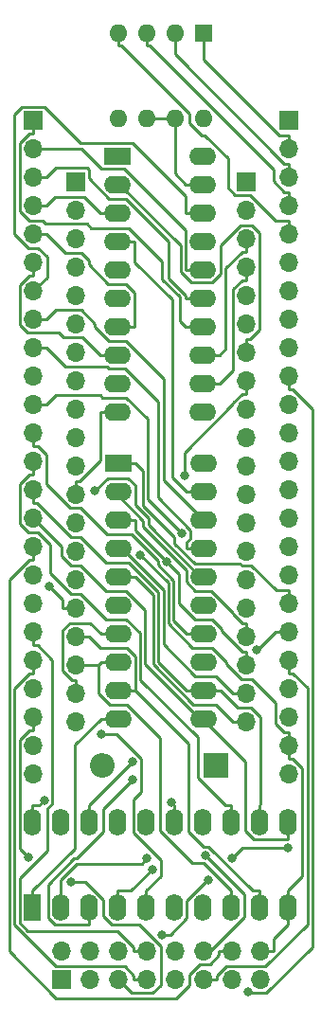
<source format=gbr>
%TF.GenerationSoftware,KiCad,Pcbnew,7.0.1*%
%TF.CreationDate,2023-05-30T14:25:23-07:00*%
%TF.ProjectId,tn_vdp_v1_slim,746e5f76-6470-45f7-9631-5f736c696d2e,rev?*%
%TF.SameCoordinates,Original*%
%TF.FileFunction,Copper,L2,Bot*%
%TF.FilePolarity,Positive*%
%FSLAX46Y46*%
G04 Gerber Fmt 4.6, Leading zero omitted, Abs format (unit mm)*
G04 Created by KiCad (PCBNEW 7.0.1) date 2023-05-30 14:25:23*
%MOMM*%
%LPD*%
G01*
G04 APERTURE LIST*
%TA.AperFunction,ComponentPad*%
%ADD10R,2.400000X1.600000*%
%TD*%
%TA.AperFunction,ComponentPad*%
%ADD11O,2.400000X1.600000*%
%TD*%
%TA.AperFunction,ComponentPad*%
%ADD12R,2.200000X2.200000*%
%TD*%
%TA.AperFunction,ComponentPad*%
%ADD13O,2.200000X2.200000*%
%TD*%
%TA.AperFunction,ComponentPad*%
%ADD14R,1.600000X2.400000*%
%TD*%
%TA.AperFunction,ComponentPad*%
%ADD15O,1.600000X2.400000*%
%TD*%
%TA.AperFunction,ComponentPad*%
%ADD16R,1.700000X1.700000*%
%TD*%
%TA.AperFunction,ComponentPad*%
%ADD17O,1.700000X1.700000*%
%TD*%
%TA.AperFunction,ComponentPad*%
%ADD18R,1.600000X1.600000*%
%TD*%
%TA.AperFunction,ComponentPad*%
%ADD19O,1.600000X1.600000*%
%TD*%
%TA.AperFunction,ViaPad*%
%ADD20C,0.800000*%
%TD*%
%TA.AperFunction,Conductor*%
%ADD21C,0.250000*%
%TD*%
G04 APERTURE END LIST*
D10*
%TO.P,U3,1,DIR*%
%TO.N,VDD*%
X157388400Y-53395800D03*
D11*
%TO.P,U3,2,A0*%
%TO.N,~{RESET}*%
X157388400Y-55935800D03*
%TO.P,U3,3,A1*%
%TO.N,~{INT_3V3}*%
X157388400Y-58475800D03*
%TO.P,U3,4,A2*%
%TO.N,~{CSW}*%
X157388400Y-61015800D03*
%TO.P,U3,5,A3*%
%TO.N,~{CSR}*%
X157388400Y-63555800D03*
%TO.P,U3,6,A4*%
%TO.N,MODE*%
X157388400Y-66095800D03*
%TO.P,U3,7,A5*%
%TO.N,CPUCLK_3V3*%
X157388400Y-68635800D03*
%TO.P,U3,8,A6*%
%TO.N,GROMCLK_3V3*%
X157388400Y-71175800D03*
%TO.P,U3,9,A7*%
%TO.N,unconnected-(U3-A7-Pad9)*%
X157388400Y-73715800D03*
%TO.P,U3,10,GND*%
%TO.N,GND*%
X157388400Y-76255800D03*
%TO.P,U3,11,B7*%
%TO.N,unconnected-(U3-B7-Pad11)*%
X165008400Y-76255800D03*
%TO.P,U3,12,B6*%
%TO.N,GROMCLK*%
X165008400Y-73715800D03*
%TO.P,U3,13,B5*%
%TO.N,CPUCLK*%
X165008400Y-71175800D03*
%TO.P,U3,14,B4*%
%TO.N,MODE_3V3*%
X165008400Y-68635800D03*
%TO.P,U3,15,B3*%
%TO.N,~{CSR_3V3}*%
X165008400Y-66095800D03*
%TO.P,U3,16,B2*%
%TO.N,~{CSW_3V3}*%
X165008400Y-63555800D03*
%TO.P,U3,17,B1*%
%TO.N,~{INT}*%
X165008400Y-61015800D03*
%TO.P,U3,18,B0*%
%TO.N,~{RESET_3V3}*%
X165008400Y-58475800D03*
%TO.P,U3,19,~{0E}*%
%TO.N,GND*%
X165008400Y-55935800D03*
%TO.P,U3,20,VCC*%
%TO.N,VCC_3V3*%
X165008400Y-53395800D03*
%TD*%
D12*
%TO.P,D1,1,K*%
%TO.N,VDD*%
X166166800Y-107848400D03*
D13*
%TO.P,D1,2,A*%
%TO.N,VCC*%
X156006800Y-107848400D03*
%TD*%
D10*
%TO.P,U2,1,DIR*%
%TO.N,VDD*%
X157429200Y-80822800D03*
D11*
%TO.P,U2,2,A0*%
%TO.N,CD0*%
X157429200Y-83362800D03*
%TO.P,U2,3,A1*%
%TO.N,CD1*%
X157429200Y-85902800D03*
%TO.P,U2,4,A2*%
%TO.N,CD2*%
X157429200Y-88442800D03*
%TO.P,U2,5,A3*%
%TO.N,CD3*%
X157429200Y-90982800D03*
%TO.P,U2,6,A4*%
%TO.N,CD4*%
X157429200Y-93522800D03*
%TO.P,U2,7,A5*%
%TO.N,CD5*%
X157429200Y-96062800D03*
%TO.P,U2,8,A6*%
%TO.N,CD6*%
X157429200Y-98602800D03*
%TO.P,U2,9,A7*%
%TO.N,CD7*%
X157429200Y-101142800D03*
%TO.P,U2,10,GND*%
%TO.N,GND*%
X157429200Y-103682800D03*
%TO.P,U2,11,B7*%
%TO.N,CD7_3V3*%
X165049200Y-103682800D03*
%TO.P,U2,12,B6*%
%TO.N,CD6_3V3*%
X165049200Y-101142800D03*
%TO.P,U2,13,B5*%
%TO.N,CD5_3V3*%
X165049200Y-98602800D03*
%TO.P,U2,14,B4*%
%TO.N,CD4_3V3*%
X165049200Y-96062800D03*
%TO.P,U2,15,B3*%
%TO.N,CD3_3V3*%
X165049200Y-93522800D03*
%TO.P,U2,16,B2*%
%TO.N,CD2_3V3*%
X165049200Y-90982800D03*
%TO.P,U2,17,B1*%
%TO.N,CD1_3V3*%
X165049200Y-88442800D03*
%TO.P,U2,18,B0*%
%TO.N,CD0_3V3*%
X165049200Y-85902800D03*
%TO.P,U2,19,~{0E}*%
%TO.N,~{CSW}*%
X165049200Y-83362800D03*
%TO.P,U2,20,VCC*%
%TO.N,VCC_3V3*%
X165049200Y-80822800D03*
%TD*%
D14*
%TO.P,U1,1,DIR*%
%TO.N,GND*%
X149763400Y-120589200D03*
D15*
%TO.P,U1,2,A0*%
%TO.N,CD0*%
X152303400Y-120589200D03*
%TO.P,U1,3,A1*%
%TO.N,CD1*%
X154843400Y-120589200D03*
%TO.P,U1,4,A2*%
%TO.N,CD2*%
X157383400Y-120589200D03*
%TO.P,U1,5,A3*%
%TO.N,CD3*%
X159923400Y-120589200D03*
%TO.P,U1,6,A4*%
%TO.N,CD4*%
X162463400Y-120589200D03*
%TO.P,U1,7,A5*%
%TO.N,CD5*%
X165003400Y-120589200D03*
%TO.P,U1,8,A6*%
%TO.N,CD6*%
X167543400Y-120589200D03*
%TO.P,U1,9,A7*%
%TO.N,CD7*%
X170083400Y-120589200D03*
%TO.P,U1,10,GND*%
%TO.N,GND*%
X172623400Y-120589200D03*
%TO.P,U1,11,B7*%
%TO.N,CD7_3V3*%
X172623400Y-112969200D03*
%TO.P,U1,12,B6*%
%TO.N,CD6_3V3*%
X170083400Y-112969200D03*
%TO.P,U1,13,B5*%
%TO.N,CD5_3V3*%
X167543400Y-112969200D03*
%TO.P,U1,14,B4*%
%TO.N,CD4_3V3*%
X165003400Y-112969200D03*
%TO.P,U1,15,B3*%
%TO.N,CD3_3V3*%
X162463400Y-112969200D03*
%TO.P,U1,16,B2*%
%TO.N,CD2_3V3*%
X159923400Y-112969200D03*
%TO.P,U1,17,B1*%
%TO.N,CD1_3V3*%
X157383400Y-112969200D03*
%TO.P,U1,18,B0*%
%TO.N,CD0_3V3*%
X154843400Y-112969200D03*
%TO.P,U1,19,~{0E}*%
%TO.N,~{CSR}*%
X152303400Y-112969200D03*
%TO.P,U1,20,VCC*%
%TO.N,VCC_3V3*%
X149763400Y-112969200D03*
%TD*%
D16*
%TO.P,J3,1,Pin_1*%
%TO.N,MODE_3V3*%
X149877300Y-50200400D03*
D17*
%TO.P,J3,2,Pin_2*%
%TO.N,~{CSW_3V3}*%
X149877300Y-52740400D03*
%TO.P,J3,3,Pin_3*%
%TO.N,~{CSR_3V3}*%
X149877300Y-55280400D03*
%TO.P,J3,4,Pin_4*%
%TO.N,~{INT_3V3}*%
X149877300Y-57820400D03*
%TO.P,J3,5,Pin_5*%
%TO.N,CPUCLK_3V3*%
X149877300Y-60360400D03*
%TO.P,J3,6,Pin_6*%
%TO.N,GROMCLK_3V3*%
X149877300Y-62900400D03*
%TO.P,J3,7,Pin_7*%
%TO.N,~{RESET_3V3}*%
X149877300Y-65440400D03*
%TO.P,J3,8,Pin_8*%
%TO.N,CD0_3V3*%
X149877300Y-67980400D03*
%TO.P,J3,9,Pin_9*%
%TO.N,CD1_3V3*%
X149877300Y-70520400D03*
%TO.P,J3,10,Pin_10*%
%TO.N,CD2_3V3*%
X149877300Y-73060400D03*
%TO.P,J3,11,Pin_11*%
%TO.N,CD3_3V3*%
X149877300Y-75600400D03*
%TO.P,J3,12,Pin_12*%
%TO.N,CD4_3V3*%
X149877300Y-78140400D03*
%TO.P,J3,13,Pin_13*%
%TO.N,CD5_3V3*%
X149877300Y-80680400D03*
%TO.P,J3,14,Pin_14*%
%TO.N,CD6_3V3*%
X149877300Y-83220400D03*
%TO.P,J3,15,Pin_15*%
%TO.N,CD7_3V3*%
X149877300Y-85760400D03*
%TO.P,J3,16,Pin_16*%
%TO.N,VS_3V3*%
X149877300Y-88300400D03*
%TO.P,J3,17,Pin_17*%
%TO.N,R3_3V3*%
X149877300Y-90840400D03*
%TO.P,J3,18,Pin_18*%
%TO.N,R2_3V3*%
X149877300Y-93380400D03*
%TO.P,J3,19,Pin_19*%
%TO.N,G3_3V3*%
X149877300Y-95920400D03*
%TO.P,J3,20,Pin_20*%
%TO.N,G2_3V3*%
X149877300Y-98460400D03*
%TO.P,J3,21,Pin_21*%
%TO.N,G1_3V3*%
X149877300Y-101000400D03*
%TO.P,J3,22,Pin_22*%
%TO.N,G0_3V3*%
X149877300Y-103540400D03*
%TO.P,J3,23,Pin_23*%
%TO.N,unconnected-(J3-Pin_23-Pad23)*%
X149877300Y-106080400D03*
%TO.P,J3,24,Pin_24*%
%TO.N,unconnected-(J3-Pin_24-Pad24)*%
X149877300Y-108620400D03*
%TD*%
D18*
%TO.P,J5,1,Pin_1*%
%TO.N,USR1_1V8*%
X165049200Y-42418000D03*
D19*
%TO.P,J5,2,Pin_2*%
%TO.N,USR2_1V8*%
X162509200Y-42418000D03*
%TO.P,J5,3,Pin_3*%
%TO.N,USR3_1V8*%
X159969200Y-42418000D03*
%TO.P,J5,4,Pin_4*%
%TO.N,USR4_1V8*%
X157429200Y-42418000D03*
%TO.P,J5,5,Pin_5*%
%TO.N,GND*%
X157429200Y-50038000D03*
%TO.P,J5,6,Pin_6*%
X159969200Y-50038000D03*
%TO.P,J5,7,Pin_7*%
X162509200Y-50038000D03*
%TO.P,J5,8,Pin_8*%
X165049200Y-50038000D03*
%TD*%
D16*
%TO.P,J6,1,Pin_1*%
%TO.N,R0_3V3*%
X152400000Y-127000000D03*
D17*
%TO.P,J6,2,Pin_2*%
%TO.N,R1_3V3*%
X152400000Y-124460000D03*
%TO.P,J6,3,Pin_3*%
%TO.N,R2_3V3*%
X154940000Y-127000000D03*
%TO.P,J6,4,Pin_4*%
%TO.N,R3_3V3*%
X154940000Y-124460000D03*
%TO.P,J6,5,Pin_5*%
%TO.N,G0_3V3*%
X157480000Y-127000000D03*
%TO.P,J6,6,Pin_6*%
%TO.N,G1_3V3*%
X157480000Y-124460000D03*
%TO.P,J6,7,Pin_7*%
%TO.N,G2_3V3*%
X160020000Y-127000000D03*
%TO.P,J6,8,Pin_8*%
%TO.N,G3_3V3*%
X160020000Y-124460000D03*
%TO.P,J6,9,Pin_9*%
%TO.N,B0_3V3*%
X162560000Y-127000000D03*
%TO.P,J6,10,Pin_10*%
%TO.N,B1_3V3*%
X162560000Y-124460000D03*
%TO.P,J6,11,Pin_11*%
%TO.N,B2_3V3*%
X165100000Y-127000000D03*
%TO.P,J6,12,Pin_12*%
%TO.N,B3_3V3*%
X165100000Y-124460000D03*
%TO.P,J6,13,Pin_13*%
%TO.N,HS_3V3*%
X167640000Y-127000000D03*
%TO.P,J6,14,Pin_14*%
%TO.N,VS_3V3*%
X167640000Y-124460000D03*
%TO.P,J6,15,Pin_15*%
%TO.N,GND*%
X170180000Y-127000000D03*
%TO.P,J6,16,Pin_16*%
X170180000Y-124460000D03*
%TD*%
D16*
%TO.P,J4,1,Pin_1*%
%TO.N,HS_3V3*%
X172694200Y-50200400D03*
D17*
%TO.P,J4,2,Pin_2*%
%TO.N,USR1_1V8*%
X172694200Y-52740400D03*
%TO.P,J4,3,Pin_3*%
%TO.N,USR2_1V8*%
X172694200Y-55280400D03*
%TO.P,J4,4,Pin_4*%
%TO.N,USR3_1V8*%
X172694200Y-57820400D03*
%TO.P,J4,5,Pin_5*%
%TO.N,USR4_1V8*%
X172694200Y-60360400D03*
%TO.P,J4,6,Pin_6*%
%TO.N,unconnected-(J4-Pin_6-Pad6)*%
X172694200Y-62900400D03*
%TO.P,J4,7,Pin_7*%
%TO.N,unconnected-(J4-Pin_7-Pad7)*%
X172694200Y-65440400D03*
%TO.P,J4,8,Pin_8*%
%TO.N,unconnected-(J4-Pin_8-Pad8)*%
X172694200Y-67980400D03*
%TO.P,J4,9,Pin_9*%
%TO.N,unconnected-(J4-Pin_9-Pad9)*%
X172694200Y-70520400D03*
%TO.P,J4,10,Pin_10*%
%TO.N,R1_3V3*%
X172694200Y-73060400D03*
%TO.P,J4,11,Pin_11*%
%TO.N,R0_3V3*%
X172694200Y-75600400D03*
%TO.P,J4,12,Pin_12*%
%TO.N,unconnected-(J4-Pin_12-Pad12)*%
X172694200Y-78140400D03*
%TO.P,J4,13,Pin_13*%
%TO.N,unconnected-(J4-Pin_13-Pad13)*%
X172694200Y-80680400D03*
%TO.P,J4,14,Pin_14*%
%TO.N,unconnected-(J4-Pin_14-Pad14)*%
X172694200Y-83220400D03*
%TO.P,J4,15,Pin_15*%
%TO.N,unconnected-(J4-Pin_15-Pad15)*%
X172694200Y-85760400D03*
%TO.P,J4,16,Pin_16*%
%TO.N,unconnected-(J4-Pin_16-Pad16)*%
X172694200Y-88300400D03*
%TO.P,J4,17,Pin_17*%
%TO.N,unconnected-(J4-Pin_17-Pad17)*%
X172694200Y-90840400D03*
%TO.P,J4,18,Pin_18*%
%TO.N,VDD*%
X172694200Y-93380400D03*
%TO.P,J4,19,Pin_19*%
%TO.N,B3_3V3*%
X172694200Y-95920400D03*
%TO.P,J4,20,Pin_20*%
%TO.N,B2_3V3*%
X172694200Y-98460400D03*
%TO.P,J4,21,Pin_21*%
%TO.N,B1_3V3*%
X172694200Y-101000400D03*
%TO.P,J4,22,Pin_22*%
%TO.N,B0_3V3*%
X172694200Y-103540400D03*
%TO.P,J4,23,Pin_23*%
%TO.N,GND*%
X172694200Y-106080400D03*
%TO.P,J4,24,Pin_24*%
%TO.N,VCC_3V3*%
X172694200Y-108620400D03*
%TD*%
D16*
%TO.P,J2,1,Pin_1*%
%TO.N,unconnected-(J2-Pin_1-Pad1)*%
X168910000Y-55676800D03*
D17*
%TO.P,J2,2,Pin_2*%
%TO.N,unconnected-(J2-Pin_2-Pad2)*%
X168910000Y-58216800D03*
%TO.P,J2,3,Pin_3*%
%TO.N,CPUCLK*%
X168910000Y-60756800D03*
%TO.P,J2,4,Pin_4*%
%TO.N,GROMCLK*%
X168910000Y-63296800D03*
%TO.P,J2,5,Pin_5*%
%TO.N,COMVID*%
X168910000Y-65836800D03*
%TO.P,J2,6,Pin_6*%
%TO.N,EXTVDP*%
X168910000Y-68376800D03*
%TO.P,J2,7,Pin_7*%
%TO.N,~{RESET}*%
X168910000Y-70916800D03*
%TO.P,J2,8,Pin_8*%
%TO.N,VCC*%
X168910000Y-73456800D03*
%TO.P,J2,9,Pin_9*%
%TO.N,unconnected-(J2-Pin_9-Pad9)*%
X168910000Y-75996800D03*
%TO.P,J2,10,Pin_10*%
%TO.N,unconnected-(J2-Pin_10-Pad10)*%
X168910000Y-78536800D03*
%TO.P,J2,11,Pin_11*%
%TO.N,unconnected-(J2-Pin_11-Pad11)*%
X168910000Y-81076800D03*
%TO.P,J2,12,Pin_12*%
%TO.N,unconnected-(J2-Pin_12-Pad12)*%
X168910000Y-83616800D03*
%TO.P,J2,13,Pin_13*%
%TO.N,unconnected-(J2-Pin_13-Pad13)*%
X168910000Y-86156800D03*
%TO.P,J2,14,Pin_14*%
%TO.N,unconnected-(J2-Pin_14-Pad14)*%
X168910000Y-88696800D03*
%TO.P,J2,15,Pin_15*%
%TO.N,unconnected-(J2-Pin_15-Pad15)*%
X168910000Y-91236800D03*
%TO.P,J2,16,Pin_16*%
%TO.N,unconnected-(J2-Pin_16-Pad16)*%
X168910000Y-93776800D03*
%TO.P,J2,17,Pin_17*%
%TO.N,CD0*%
X168910000Y-96316800D03*
%TO.P,J2,18,Pin_18*%
%TO.N,CD1*%
X168910000Y-98856800D03*
%TO.P,J2,19,Pin_19*%
%TO.N,CD2*%
X168910000Y-101396800D03*
%TO.P,J2,20,Pin_20*%
%TO.N,CD3*%
X168910000Y-103936800D03*
%TD*%
D16*
%TO.P,J1,1,Pin_1*%
%TO.N,unconnected-(J1-Pin_1-Pad1)*%
X153670000Y-55676800D03*
D17*
%TO.P,J1,2,Pin_2*%
%TO.N,unconnected-(J1-Pin_2-Pad2)*%
X153670000Y-58216800D03*
%TO.P,J1,3,Pin_3*%
%TO.N,unconnected-(J1-Pin_3-Pad3)*%
X153670000Y-60756800D03*
%TO.P,J1,4,Pin_4*%
%TO.N,unconnected-(J1-Pin_4-Pad4)*%
X153670000Y-63296800D03*
%TO.P,J1,5,Pin_5*%
%TO.N,unconnected-(J1-Pin_5-Pad5)*%
X153670000Y-65836800D03*
%TO.P,J1,6,Pin_6*%
%TO.N,unconnected-(J1-Pin_6-Pad6)*%
X153670000Y-68376800D03*
%TO.P,J1,7,Pin_7*%
%TO.N,unconnected-(J1-Pin_7-Pad7)*%
X153670000Y-70916800D03*
%TO.P,J1,8,Pin_8*%
%TO.N,unconnected-(J1-Pin_8-Pad8)*%
X153670000Y-73456800D03*
%TO.P,J1,9,Pin_9*%
%TO.N,unconnected-(J1-Pin_9-Pad9)*%
X153670000Y-75996800D03*
%TO.P,J1,10,Pin_10*%
%TO.N,unconnected-(J1-Pin_10-Pad10)*%
X153670000Y-78536800D03*
%TO.P,J1,11,Pin_11*%
%TO.N,unconnected-(J1-Pin_11-Pad11)*%
X153670000Y-81076800D03*
%TO.P,J1,12,Pin_12*%
%TO.N,GND*%
X153670000Y-83616800D03*
%TO.P,J1,13,Pin_13*%
%TO.N,MODE*%
X153670000Y-86156800D03*
%TO.P,J1,14,Pin_14*%
%TO.N,~{CSW}*%
X153670000Y-88696800D03*
%TO.P,J1,15,Pin_15*%
%TO.N,~{CSR}*%
X153670000Y-91236800D03*
%TO.P,J1,16,Pin_16*%
%TO.N,~{INT}*%
X153670000Y-93776800D03*
%TO.P,J1,17,Pin_17*%
%TO.N,CD7*%
X153670000Y-96316800D03*
%TO.P,J1,18,Pin_18*%
%TO.N,CD6*%
X153670000Y-98856800D03*
%TO.P,J1,19,Pin_19*%
%TO.N,CD5*%
X153670000Y-101396800D03*
%TO.P,J1,20,Pin_20*%
%TO.N,CD4*%
X153670000Y-103936800D03*
%TD*%
D20*
%TO.N,VCC_3V3*%
X150851300Y-110970500D03*
%TO.N,GND*%
X159445500Y-89028200D03*
%TO.N,VCC*%
X163363400Y-81971800D03*
%TO.N,B0_3V3*%
X161384900Y-122983500D03*
X167611600Y-116186200D03*
X165550000Y-118109400D03*
X172661900Y-115221200D03*
%TO.N,B3_3V3*%
X165241500Y-115874200D03*
X169807300Y-97492000D03*
%TO.N,CD0_3V3*%
X158728900Y-107558600D03*
%TO.N,CD2_3V3*%
X155374600Y-83328500D03*
%TO.N,CD3_3V3*%
X162173800Y-111154500D03*
X163175800Y-87123000D03*
%TO.N,R1_3V3*%
X169096700Y-128049100D03*
%TO.N,G0_3V3*%
X149444200Y-116099000D03*
X153231500Y-118229700D03*
%TO.N,~{INT}*%
X151317300Y-91836800D03*
%TO.N,CD3*%
X155904100Y-105050400D03*
%TO.N,CD2*%
X160514500Y-117161400D03*
%TO.N,CD1*%
X161763700Y-89657000D03*
X158743900Y-109118400D03*
%TO.N,CD0*%
X160020400Y-116185200D03*
%TD*%
D21*
%TO.N,VCC_3V3*%
X149763400Y-111444100D02*
X150377700Y-111444100D01*
X150377700Y-111444100D02*
X150851300Y-110970500D01*
X149763400Y-112969200D02*
X149763400Y-111444100D01*
%TO.N,GND*%
X157388400Y-76255800D02*
X155863300Y-76255800D01*
X164115100Y-97332800D02*
X161952200Y-95169900D01*
X167112000Y-98614500D02*
X165830300Y-97332800D01*
X162509200Y-54961700D02*
X163483300Y-55935800D01*
X165008400Y-55935800D02*
X163483300Y-55935800D01*
X165830300Y-97332800D02*
X164115100Y-97332800D01*
X169382700Y-100126800D02*
X168435100Y-100126800D01*
X153670000Y-83616800D02*
X153670000Y-82441700D01*
X153670000Y-82441700D02*
X154037300Y-82441700D01*
X162509200Y-50038000D02*
X162509200Y-54961700D01*
X172326900Y-104905300D02*
X171519100Y-104097500D01*
X171519100Y-104097500D02*
X171519100Y-102263200D01*
X155863300Y-80615700D02*
X155863300Y-76255800D01*
X167112000Y-98803700D02*
X167112000Y-98614500D01*
X149763400Y-120589200D02*
X149763400Y-119064100D01*
X172623400Y-119064100D02*
X173895100Y-117792400D01*
X172623400Y-120489300D02*
X172623400Y-120589200D01*
X172694200Y-106080400D02*
X172694200Y-104905300D01*
X172623400Y-120489300D02*
X172623400Y-119064100D01*
X159969200Y-50038000D02*
X162509200Y-50038000D01*
X173059400Y-107255500D02*
X172694200Y-107255500D01*
X155904100Y-103682800D02*
X153560600Y-106026300D01*
X170180000Y-124460000D02*
X171355100Y-124460000D01*
X154037300Y-82441700D02*
X155863300Y-80615700D01*
X168435100Y-100126800D02*
X167112000Y-98803700D01*
X171519100Y-102263200D02*
X169382700Y-100126800D01*
X161952200Y-91534900D02*
X159445500Y-89028200D01*
X153560600Y-106026300D02*
X153560600Y-115266900D01*
X157414000Y-103682800D02*
X155904100Y-103682800D01*
X161952200Y-95169900D02*
X161952200Y-91534900D01*
X173895100Y-117792400D02*
X173895100Y-108091200D01*
X173895100Y-108091200D02*
X173059400Y-107255500D01*
X153560600Y-115266900D02*
X149763400Y-119064100D01*
X172694200Y-106080400D02*
X172694200Y-107255500D01*
X172694200Y-104905300D02*
X172326900Y-104905300D01*
X172623400Y-122114300D02*
X171355100Y-123382600D01*
X157414000Y-103682800D02*
X157429200Y-103682800D01*
X172623400Y-120589200D02*
X172623400Y-122114300D01*
X171355100Y-123382600D02*
X171355100Y-124460000D01*
%TO.N,VS_3V3*%
X163830000Y-127468800D02*
X162634700Y-128664100D01*
X163830000Y-126569100D02*
X163830000Y-127468800D01*
X167640000Y-124460000D02*
X166464900Y-124460000D01*
X166464900Y-124827300D02*
X165657100Y-125635100D01*
X151900600Y-128664100D02*
X147696800Y-124460300D01*
X147696800Y-124460300D02*
X147696800Y-91290700D01*
X164764000Y-125635100D02*
X163830000Y-126569100D01*
X149512000Y-89475500D02*
X149877300Y-89475500D01*
X166464900Y-124460000D02*
X166464900Y-124827300D01*
X149877300Y-88300400D02*
X149877300Y-89475500D01*
X147696800Y-91290700D02*
X149512000Y-89475500D01*
X165657100Y-125635100D02*
X164764000Y-125635100D01*
X162634700Y-128664100D02*
X151900600Y-128664100D01*
%TO.N,USR1_1V8*%
X171863200Y-51565300D02*
X172694200Y-51565300D01*
X165049200Y-42418000D02*
X165049200Y-44751300D01*
X172694200Y-52740400D02*
X172694200Y-51565300D01*
X165049200Y-44751300D02*
X171863200Y-51565300D01*
%TO.N,USR2_1V8*%
X172328900Y-54105300D02*
X172694200Y-54105300D01*
X162509200Y-44285600D02*
X172328900Y-54105300D01*
X162509200Y-42418000D02*
X162509200Y-44285600D01*
X172694200Y-55280400D02*
X172694200Y-54105300D01*
%TO.N,USR3_1V8*%
X172694200Y-57820400D02*
X172694200Y-56645300D01*
X171329400Y-54622000D02*
X171329400Y-55645800D01*
X171329400Y-55645800D02*
X172328900Y-56645300D01*
X159969200Y-43543100D02*
X160250500Y-43543100D01*
X159969200Y-42418000D02*
X159969200Y-43543100D01*
X160250500Y-43543100D02*
X171329400Y-54622000D01*
X172328900Y-56645300D02*
X172694200Y-56645300D01*
%TO.N,USR4_1V8*%
X172694200Y-60360400D02*
X172694200Y-59185300D01*
X163779200Y-50422300D02*
X163779200Y-49611800D01*
X165201700Y-51537300D02*
X164894200Y-51537300D01*
X157429200Y-42418000D02*
X157429200Y-43543100D01*
X163779200Y-49611800D02*
X157710500Y-43543100D01*
X157710500Y-43543100D02*
X157429200Y-43543100D01*
X164894200Y-51537300D02*
X163779200Y-50422300D01*
X169250800Y-56873400D02*
X167891200Y-56873400D01*
X167258500Y-56240700D02*
X167258500Y-53594100D01*
X172694200Y-59185300D02*
X171562700Y-59185300D01*
X167258500Y-53594100D02*
X165201700Y-51537300D01*
X171562700Y-59185300D02*
X169250800Y-56873400D01*
X167891200Y-56873400D02*
X167258500Y-56240700D01*
%TO.N,VCC*%
X167734900Y-75437700D02*
X167734900Y-75553000D01*
X168910000Y-73456800D02*
X168910000Y-74631900D01*
X167734900Y-75553000D02*
X163363400Y-79924500D01*
X168910000Y-74631900D02*
X168540700Y-74631900D01*
X168540700Y-74631900D02*
X167734900Y-75437700D01*
X163363400Y-79924500D02*
X163363400Y-81971800D01*
%TO.N,B0_3V3*%
X161384900Y-122983500D02*
X162115200Y-122983500D01*
X163588600Y-119949600D02*
X165428800Y-118109400D01*
X162115200Y-122983500D02*
X163588600Y-121510100D01*
X168576600Y-115221200D02*
X167611600Y-116186200D01*
X172661900Y-115221200D02*
X168576600Y-115221200D01*
X165428800Y-118109400D02*
X165550000Y-118109400D01*
X163588600Y-121510100D02*
X163588600Y-119949600D01*
%TO.N,B2_3V3*%
X174372600Y-122082900D02*
X174372600Y-100948700D01*
X170630600Y-125824900D02*
X174372600Y-122082900D01*
X166275100Y-126632700D02*
X167082900Y-125824900D01*
X166275100Y-127000000D02*
X166275100Y-126632700D01*
X173059400Y-99635500D02*
X172694200Y-99635500D01*
X174372600Y-100948700D02*
X173059400Y-99635500D01*
X165100000Y-127000000D02*
X166275100Y-127000000D01*
X167082900Y-125824900D02*
X170630600Y-125824900D01*
X172694200Y-98460400D02*
X172694200Y-99635500D01*
%TO.N,B3_3V3*%
X168717000Y-121417200D02*
X168717000Y-119349700D01*
X165674200Y-124460000D02*
X168717000Y-121417200D01*
X169947500Y-97492000D02*
X169807300Y-97492000D01*
X165100000Y-124460000D02*
X165674200Y-124460000D01*
X168717000Y-119349700D02*
X165241500Y-115874200D01*
X171519100Y-95920400D02*
X169947500Y-97492000D01*
X172694200Y-95920400D02*
X171519100Y-95920400D01*
%TO.N,MODE_3V3*%
X165008400Y-68635800D02*
X163483300Y-68635800D01*
X149489100Y-59147400D02*
X150682500Y-59147400D01*
X148650800Y-52234800D02*
X148650800Y-58309100D01*
X158386200Y-59819700D02*
X161392100Y-62825600D01*
X150949400Y-59414300D02*
X154639600Y-59414300D01*
X162967300Y-65976100D02*
X162967300Y-68119800D01*
X149877300Y-51375500D02*
X149510100Y-51375500D01*
X148650800Y-58309100D02*
X149489100Y-59147400D01*
X149877300Y-50200400D02*
X149877300Y-51375500D01*
X162967300Y-68119800D02*
X163483300Y-68635800D01*
X161392100Y-64400900D02*
X162967300Y-65976100D01*
X155045000Y-59819700D02*
X158386200Y-59819700D01*
X161392100Y-62825600D02*
X161392100Y-64400900D01*
X149510100Y-51375500D02*
X148650800Y-52234800D01*
X150682500Y-59147400D02*
X150949400Y-59414300D01*
X154639600Y-59414300D02*
X155045000Y-59819700D01*
%TO.N,~{CSW_3V3}*%
X155936900Y-54521000D02*
X157998000Y-54521000D01*
X163483300Y-60006300D02*
X163483300Y-63555800D01*
X149877300Y-52740400D02*
X151052400Y-52740400D01*
X154156300Y-52740400D02*
X155936900Y-54521000D01*
X151052400Y-52740400D02*
X154156300Y-52740400D01*
X165008400Y-63555800D02*
X163483300Y-63555800D01*
X157998000Y-54521000D02*
X163483300Y-60006300D01*
%TO.N,~{CSR_3V3}*%
X165008400Y-66095800D02*
X163483300Y-66095800D01*
X156660000Y-57205800D02*
X158164900Y-57205800D01*
X154685900Y-54452400D02*
X154845200Y-54611700D01*
X151052400Y-55280400D02*
X151880400Y-54452400D01*
X149877300Y-55280400D02*
X151052400Y-55280400D01*
X158164900Y-57205800D02*
X161965000Y-61005900D01*
X161965000Y-61005900D02*
X161965000Y-64337100D01*
X154845200Y-55391000D02*
X156660000Y-57205800D01*
X154845200Y-54611700D02*
X154845200Y-55391000D01*
X163483300Y-65855400D02*
X163483300Y-66095800D01*
X151880400Y-54452400D02*
X154685900Y-54452400D01*
X161965000Y-64337100D02*
X163483300Y-65855400D01*
%TO.N,~{INT_3V3}*%
X151834300Y-57038500D02*
X154426000Y-57038500D01*
X149877300Y-57820400D02*
X151052400Y-57820400D01*
X157388400Y-58475800D02*
X155863300Y-58475800D01*
X154426000Y-57038500D02*
X155863300Y-58475800D01*
X151052400Y-57820400D02*
X151834300Y-57038500D01*
%TO.N,CPUCLK_3V3*%
X158110900Y-64825800D02*
X158913500Y-65628400D01*
X151052400Y-60360400D02*
X152718800Y-62026800D01*
X154845200Y-62732200D02*
X154845200Y-63092500D01*
X154139800Y-62026800D02*
X154845200Y-62732200D01*
X158913500Y-65628400D02*
X158913500Y-68635800D01*
X157388400Y-68635800D02*
X158913500Y-68635800D01*
X152718800Y-62026800D02*
X154139800Y-62026800D01*
X149877300Y-60360400D02*
X151052400Y-60360400D01*
X156578500Y-64825800D02*
X158110900Y-64825800D01*
X154845200Y-63092500D02*
X156578500Y-64825800D01*
%TO.N,GROMCLK_3V3*%
X148692600Y-64893000D02*
X148692600Y-68464100D01*
X148692600Y-68464100D02*
X149384100Y-69155600D01*
X149877300Y-64075500D02*
X149510100Y-64075500D01*
X154286000Y-69598500D02*
X155863300Y-71175800D01*
X149877300Y-62900400D02*
X149877300Y-64075500D01*
X157388400Y-71175800D02*
X155863300Y-71175800D01*
X149510100Y-64075500D02*
X148692600Y-64893000D01*
X152591400Y-69598500D02*
X154286000Y-69598500D01*
X152148500Y-69155600D02*
X152591400Y-69598500D01*
X149384100Y-69155600D02*
X152148500Y-69155600D01*
%TO.N,~{RESET_3V3}*%
X150883600Y-49025300D02*
X154108300Y-52250000D01*
X158741900Y-52250000D02*
X163483300Y-56991400D01*
X149877300Y-65440400D02*
X151083700Y-64234000D01*
X150309700Y-61630400D02*
X149416600Y-61630400D01*
X163483300Y-56991400D02*
X163483300Y-58475800D01*
X148858800Y-49025300D02*
X150883600Y-49025300D01*
X151083700Y-64234000D02*
X151083700Y-62404400D01*
X148180400Y-49703700D02*
X148858800Y-49025300D01*
X154108300Y-52250000D02*
X158741900Y-52250000D01*
X149416600Y-61630400D02*
X148180400Y-60394200D01*
X151083700Y-62404400D02*
X150309700Y-61630400D01*
X148180400Y-60394200D02*
X148180400Y-49703700D01*
X165008400Y-58475800D02*
X163483300Y-58475800D01*
%TO.N,CD0_3V3*%
X154843400Y-112969200D02*
X154843400Y-111444100D01*
X156624100Y-69905800D02*
X158143200Y-69905800D01*
X151871400Y-67161400D02*
X154167000Y-67161400D01*
X161528000Y-73290600D02*
X161528000Y-82381600D01*
X158728900Y-107558600D02*
X154843400Y-111444100D01*
X151052400Y-67980400D02*
X151871400Y-67161400D01*
X161528000Y-82381600D02*
X165049200Y-85902800D01*
X149877300Y-67980400D02*
X151052400Y-67980400D01*
X158143200Y-69905800D02*
X161528000Y-73290600D01*
X155379800Y-68661500D02*
X156624100Y-69905800D01*
X154167000Y-67161400D02*
X155379800Y-68374200D01*
X155379800Y-68374200D02*
X155379800Y-68661500D01*
%TO.N,CD1_3V3*%
X163936000Y-86857800D02*
X163936000Y-87564900D01*
X152761400Y-72229400D02*
X156450700Y-72229400D01*
X165049200Y-88442800D02*
X163524100Y-88442800D01*
X151052400Y-70520400D02*
X152761400Y-72229400D01*
X149877300Y-70520400D02*
X151052400Y-70520400D01*
X163524100Y-87976800D02*
X163524100Y-88442800D01*
X161009800Y-75342500D02*
X161009800Y-83931600D01*
X158061600Y-72394300D02*
X161009800Y-75342500D01*
X163936000Y-87564900D02*
X163524100Y-87976800D01*
X161009800Y-83931600D02*
X163936000Y-86857800D01*
X156450700Y-72229400D02*
X156615600Y-72394300D01*
X156615600Y-72394300D02*
X158061600Y-72394300D01*
%TO.N,CD2_3V3*%
X158351100Y-82203200D02*
X156499900Y-82203200D01*
X158954300Y-82806400D02*
X158351100Y-82203200D01*
X165049200Y-90982800D02*
X164751500Y-90982800D01*
X158954300Y-84603800D02*
X158954300Y-82806400D01*
X160139200Y-86370500D02*
X160139200Y-85788700D01*
X160139200Y-85788700D02*
X158954300Y-84603800D01*
X156499900Y-82203200D02*
X155374600Y-83328500D01*
X164751500Y-90982800D02*
X160139200Y-86370500D01*
%TO.N,CD3_3V3*%
X149877300Y-75600400D02*
X151052400Y-75600400D01*
X160079800Y-84027000D02*
X160079800Y-76892700D01*
X162463400Y-112969200D02*
X162463400Y-111444100D01*
X156041000Y-74971500D02*
X155857500Y-74788000D01*
X162463400Y-111444100D02*
X162173800Y-111154500D01*
X151864800Y-74788000D02*
X151052400Y-75600400D01*
X158158600Y-74971500D02*
X156041000Y-74971500D01*
X160079800Y-76892700D02*
X158158600Y-74971500D01*
X155857500Y-74788000D02*
X151864800Y-74788000D01*
X163175800Y-87123000D02*
X160079800Y-84027000D01*
%TO.N,CD4_3V3*%
X156428700Y-87172800D02*
X158642900Y-87172800D01*
X158642900Y-87172800D02*
X161015900Y-89545800D01*
X153141100Y-84822200D02*
X154078100Y-84822200D01*
X149877300Y-78140400D02*
X149877300Y-79315500D01*
X165049200Y-96062800D02*
X163524100Y-96062800D01*
X154078100Y-84822200D02*
X156428700Y-87172800D01*
X151052400Y-82733500D02*
X153141100Y-84822200D01*
X150244600Y-79315500D02*
X151052400Y-80123300D01*
X162402300Y-94941000D02*
X163524100Y-96062800D01*
X162402300Y-91320900D02*
X162402300Y-94941000D01*
X149877300Y-79315500D02*
X150244600Y-79315500D01*
X161015900Y-89934500D02*
X162402300Y-91320900D01*
X151052400Y-80123300D02*
X151052400Y-82733500D01*
X161015900Y-89545800D02*
X161015900Y-89934500D01*
%TO.N,CD5_3V3*%
X151411500Y-88156900D02*
X151411500Y-90641100D01*
X158159000Y-94792800D02*
X159404500Y-96038300D01*
X149510100Y-81855500D02*
X148689800Y-82675800D01*
X150285000Y-87030400D02*
X151411500Y-88156900D01*
X164547800Y-108914800D02*
X167077100Y-111444100D01*
X167543400Y-112969200D02*
X167543400Y-111444100D01*
X164547800Y-105343100D02*
X164547800Y-108914800D01*
X156395000Y-94792800D02*
X158159000Y-94792800D01*
X149877300Y-80680400D02*
X149877300Y-81855500D01*
X167077100Y-111444100D02*
X167543400Y-111444100D01*
X148689800Y-82675800D02*
X148689800Y-86295900D01*
X149877300Y-81855500D02*
X149510100Y-81855500D01*
X154109000Y-92506800D02*
X156395000Y-94792800D01*
X148689800Y-86295900D02*
X149424300Y-87030400D01*
X151411500Y-90641100D02*
X153277200Y-92506800D01*
X159404500Y-96038300D02*
X159404500Y-100199800D01*
X159404500Y-100199800D02*
X164547800Y-105343100D01*
X149424300Y-87030400D02*
X150285000Y-87030400D01*
X153277200Y-92506800D02*
X154109000Y-92506800D01*
%TO.N,CD6_3V3*%
X153255200Y-87433800D02*
X150216900Y-84395500D01*
X165049200Y-101142800D02*
X163524100Y-101142800D01*
X156376900Y-89712800D02*
X154097900Y-87433800D01*
X169313800Y-102666800D02*
X170169300Y-103522300D01*
X149877300Y-83220400D02*
X149877300Y-84395500D01*
X158361000Y-89712800D02*
X156376900Y-89712800D01*
X150216900Y-84395500D02*
X149877300Y-84395500D01*
X166574300Y-101142800D02*
X168098300Y-102666800D01*
X161011600Y-98630300D02*
X161011600Y-92363400D01*
X163524100Y-101142800D02*
X161011600Y-98630300D01*
X168098300Y-102666800D02*
X169313800Y-102666800D01*
X154097900Y-87433800D02*
X153255200Y-87433800D01*
X170083400Y-112969200D02*
X170083400Y-111444100D01*
X165049200Y-101142800D02*
X166574300Y-101142800D01*
X170169300Y-103522300D02*
X170169300Y-111358200D01*
X161011600Y-92363400D02*
X158361000Y-89712800D01*
X170169300Y-111358200D02*
X170083400Y-111444100D01*
%TO.N,CD7_3V3*%
X165049200Y-103682800D02*
X164998000Y-103682800D01*
X152406600Y-88289700D02*
X152406600Y-89178400D01*
X152406600Y-89178400D02*
X153195000Y-89966800D01*
X159854700Y-98817800D02*
X164719700Y-103682800D01*
X159854700Y-93951900D02*
X159854700Y-98817800D01*
X168813400Y-113710100D02*
X169597600Y-114494300D01*
X164998000Y-103682800D02*
X168813400Y-107498200D01*
X164719700Y-103682800D02*
X164998000Y-103682800D01*
X168813400Y-107498200D02*
X168813400Y-113710100D01*
X169597600Y-114494300D02*
X172623400Y-114494300D01*
X149877300Y-85760400D02*
X152406600Y-88289700D01*
X172623400Y-112969200D02*
X172623400Y-114494300D01*
X154112100Y-89966800D02*
X156398100Y-92252800D01*
X153195000Y-89966800D02*
X154112100Y-89966800D01*
X156398100Y-92252800D02*
X158155600Y-92252800D01*
X158155600Y-92252800D02*
X159854700Y-93951900D01*
%TO.N,R1_3V3*%
X169249100Y-128201500D02*
X170713000Y-128201500D01*
X172694200Y-73060400D02*
X172694200Y-74235500D01*
X174822800Y-75998900D02*
X173059400Y-74235500D01*
X173059400Y-74235500D02*
X172694200Y-74235500D01*
X170713000Y-128201500D02*
X174822800Y-124091700D01*
X169096700Y-128049100D02*
X169249100Y-128201500D01*
X174822800Y-124091700D02*
X174822800Y-75998900D01*
%TO.N,G0_3V3*%
X148626100Y-105601400D02*
X149512000Y-104715500D01*
X156113400Y-121317900D02*
X156909800Y-122114300D01*
X149512000Y-104715500D02*
X149877300Y-104715500D01*
X148626100Y-115280900D02*
X148626100Y-105601400D01*
X154485500Y-118229700D02*
X156113400Y-119857600D01*
X156113400Y-119857600D02*
X156113400Y-121317900D01*
X161247500Y-124001700D02*
X161247500Y-127487900D01*
X149877300Y-103540400D02*
X149877300Y-104715500D01*
X149444200Y-116099000D02*
X148626100Y-115280900D01*
X160560200Y-128175200D02*
X158655200Y-128175200D01*
X156909800Y-122114300D02*
X159360100Y-122114300D01*
X161247500Y-127487900D02*
X160560200Y-128175200D01*
X159360100Y-122114300D02*
X161247500Y-124001700D01*
X158655200Y-128175200D02*
X157480000Y-127000000D01*
X153231500Y-118229700D02*
X154485500Y-118229700D01*
%TO.N,G2_3V3*%
X151901800Y-125824900D02*
X148147100Y-122070200D01*
X148147100Y-122070200D02*
X148147100Y-101000400D01*
X149512000Y-99635500D02*
X149877300Y-99635500D01*
X148147100Y-101000400D02*
X149512000Y-99635500D01*
X160020000Y-127000000D02*
X158844900Y-127000000D01*
X158844900Y-127000000D02*
X158844900Y-126632700D01*
X149877300Y-98460400D02*
X149877300Y-99635500D01*
X158037100Y-125824900D02*
X151901800Y-125824900D01*
X158844900Y-126632700D02*
X158037100Y-125824900D01*
%TO.N,G3_3V3*%
X151105800Y-115462900D02*
X151105800Y-111741500D01*
X158844900Y-124094800D02*
X157408400Y-122658300D01*
X151105800Y-111741500D02*
X151576400Y-111270900D01*
X151576400Y-98427400D02*
X150244500Y-97095500D01*
X150244500Y-97095500D02*
X149877300Y-97095500D01*
X148638300Y-121923800D02*
X148638300Y-117930400D01*
X158844900Y-124460000D02*
X158844900Y-124094800D01*
X157408400Y-122658300D02*
X149372800Y-122658300D01*
X151576400Y-111270900D02*
X151576400Y-98427400D01*
X149372800Y-122658300D02*
X148638300Y-121923800D01*
X149877300Y-95920400D02*
X149877300Y-97095500D01*
X148638300Y-117930400D02*
X151105800Y-115462900D01*
X160020000Y-124460000D02*
X158844900Y-124460000D01*
%TO.N,~{CSW}*%
X162276200Y-82114900D02*
X162276200Y-66239200D01*
X158913500Y-62876500D02*
X158913500Y-61015800D01*
X157388400Y-61015800D02*
X158913500Y-61015800D01*
X162276200Y-66239200D02*
X158913500Y-62876500D01*
X165049200Y-83362800D02*
X163524100Y-83362800D01*
X163524100Y-83362800D02*
X162276200Y-82114900D01*
%TO.N,~{INT}*%
X153670000Y-93776800D02*
X152494900Y-93776800D01*
X152494900Y-93776800D02*
X152494900Y-93014400D01*
X152494900Y-93014400D02*
X151317300Y-91836800D01*
%TO.N,CD7*%
X158954300Y-98079600D02*
X158954300Y-101142800D01*
X155861100Y-97332800D02*
X158207500Y-97332800D01*
X154845100Y-96316800D02*
X155861100Y-97332800D01*
X170083400Y-119064100D02*
X169456900Y-119064100D01*
X165541900Y-115149100D02*
X165119900Y-115149100D01*
X169456900Y-119064100D02*
X165541900Y-115149100D01*
X163716900Y-105905400D02*
X158954300Y-101142800D01*
X165119900Y-115149100D02*
X163716900Y-113746100D01*
X158207500Y-97332800D02*
X158954300Y-98079600D01*
X163716900Y-113746100D02*
X163716900Y-105905400D01*
X153670000Y-96316800D02*
X154845100Y-96316800D01*
X157429200Y-101142800D02*
X158954300Y-101142800D01*
X170083400Y-120589200D02*
X170083400Y-119064100D01*
%TO.N,CD6*%
X165078600Y-116599300D02*
X167543400Y-119064100D01*
X161166100Y-105364100D02*
X161166100Y-113733300D01*
X157429200Y-98602800D02*
X155904100Y-98602800D01*
X158214800Y-102412800D02*
X161166100Y-105364100D01*
X153670000Y-98856800D02*
X155650100Y-98856800D01*
X164032100Y-116599300D02*
X165078600Y-116599300D01*
X167543400Y-120589200D02*
X167543400Y-119064100D01*
X155650100Y-101381900D02*
X156681000Y-102412800D01*
X155650100Y-98856800D02*
X155904100Y-98602800D01*
X156681000Y-102412800D02*
X158214800Y-102412800D01*
X155650100Y-98856800D02*
X155650100Y-101381900D01*
X161166100Y-113733300D02*
X164032100Y-116599300D01*
%TO.N,CD5*%
X154965000Y-95123700D02*
X155904100Y-96062800D01*
X157429200Y-96062800D02*
X155904100Y-96062800D01*
X152476200Y-99395100D02*
X152476200Y-95790000D01*
X152476200Y-95790000D02*
X153142500Y-95123700D01*
X153670000Y-100221700D02*
X153302800Y-100221700D01*
X153142500Y-95123700D02*
X154965000Y-95123700D01*
X153302800Y-100221700D02*
X152476200Y-99395100D01*
X153670000Y-101396800D02*
X153670000Y-100221700D01*
%TO.N,CD3*%
X168910000Y-103936800D02*
X167734900Y-103936800D01*
X158782700Y-113840800D02*
X158782700Y-110934700D01*
X161253200Y-116311300D02*
X158782700Y-113840800D01*
X159495800Y-107268400D02*
X157277800Y-105050400D01*
X160561500Y-92590000D02*
X158954300Y-90982800D01*
X167734900Y-103936800D02*
X166210900Y-102412800D01*
X157429200Y-90982800D02*
X158954300Y-90982800D01*
X160561500Y-98833300D02*
X160561500Y-92590000D01*
X159923400Y-119064100D02*
X161253200Y-117734300D01*
X164141000Y-102412800D02*
X160561500Y-98833300D01*
X157277800Y-105050400D02*
X155904100Y-105050400D01*
X161253200Y-117734300D02*
X161253200Y-116311300D01*
X158782700Y-110934700D02*
X159495800Y-110221600D01*
X159495800Y-110221600D02*
X159495800Y-107268400D01*
X159923400Y-120589200D02*
X159923400Y-119064100D01*
X166210900Y-102412800D02*
X164141000Y-102412800D01*
%TO.N,CD2*%
X164328000Y-99872800D02*
X161502000Y-97046800D01*
X166210900Y-99872800D02*
X164328000Y-99872800D01*
X168910000Y-101396800D02*
X167734900Y-101396800D01*
X157383400Y-120589200D02*
X157383400Y-119064100D01*
X160514500Y-117161400D02*
X158611800Y-119064100D01*
X158611800Y-119064100D02*
X157383400Y-119064100D01*
X157770000Y-88442800D02*
X157429200Y-88442800D01*
X167734900Y-101396800D02*
X166210900Y-99872800D01*
X161502000Y-92174800D02*
X157770000Y-88442800D01*
X161502000Y-97046800D02*
X161502000Y-92174800D01*
%TO.N,CD1*%
X156113400Y-111748900D02*
X158743900Y-109118400D01*
X157429200Y-85902800D02*
X158954300Y-85902800D01*
X153706800Y-116185200D02*
X156113400Y-113778600D01*
X154843400Y-122114300D02*
X151806400Y-122114300D01*
X165830300Y-94792800D02*
X166691700Y-95654200D01*
X151806400Y-122114300D02*
X151175400Y-121483300D01*
X151175400Y-118511000D02*
X153501200Y-116185200D01*
X168910000Y-98856800D02*
X168910000Y-97681700D01*
X158954300Y-86847600D02*
X161763700Y-89657000D01*
X158954300Y-85902800D02*
X158954300Y-86847600D01*
X154843400Y-120589200D02*
X154843400Y-122114300D01*
X162863900Y-90757200D02*
X162863900Y-93342300D01*
X164314400Y-94792800D02*
X165830300Y-94792800D01*
X168541900Y-97681700D02*
X168910000Y-97681700D01*
X153501200Y-116185200D02*
X153706800Y-116185200D01*
X162863900Y-93342300D02*
X164314400Y-94792800D01*
X161763700Y-89657000D02*
X162863900Y-90757200D01*
X151175400Y-121483300D02*
X151175400Y-118511000D01*
X156113400Y-113778600D02*
X156113400Y-111748900D01*
X166691700Y-95654200D02*
X166691700Y-95831500D01*
X166691700Y-95831500D02*
X168541900Y-97681700D01*
%TO.N,CD0*%
X163524100Y-90392000D02*
X159689100Y-86557000D01*
X168910000Y-95141700D02*
X168565600Y-95141700D01*
X167734900Y-94192200D02*
X165795500Y-92252800D01*
X165795500Y-92252800D02*
X164307300Y-92252800D01*
X159689100Y-86557000D02*
X159689100Y-86001000D01*
X157429200Y-83741100D02*
X157429200Y-83362800D01*
X167734900Y-94311000D02*
X167734900Y-94192200D01*
X164307300Y-92252800D02*
X163524100Y-91469600D01*
X159689100Y-86001000D02*
X157429200Y-83741100D01*
X163524100Y-91469600D02*
X163524100Y-90392000D01*
X168565600Y-95141700D02*
X167734900Y-94311000D01*
X168910000Y-95729200D02*
X168910000Y-95141700D01*
X168910000Y-95729200D02*
X168910000Y-96316800D01*
X152303400Y-118077700D02*
X153745800Y-116635300D01*
X152303400Y-120589200D02*
X152303400Y-119064100D01*
X159570300Y-116635300D02*
X160020400Y-116185200D01*
X153745800Y-116635300D02*
X159570300Y-116635300D01*
X152303400Y-119064100D02*
X152303400Y-118077700D01*
%TO.N,~{RESET}*%
X166618300Y-61354400D02*
X166618300Y-63937900D01*
X170104800Y-68914100D02*
X170104800Y-60255000D01*
X168397400Y-59575300D02*
X166618300Y-61354400D01*
X163033100Y-63754100D02*
X163033100Y-61407000D01*
X163980000Y-64701000D02*
X163033100Y-63754100D01*
X165855200Y-64701000D02*
X163980000Y-64701000D01*
X168910000Y-70916800D02*
X168910000Y-69741700D01*
X170104800Y-60255000D02*
X169425100Y-59575300D01*
X157561900Y-55935800D02*
X157388400Y-55935800D01*
X166618300Y-63937900D02*
X165855200Y-64701000D01*
X168910000Y-69741700D02*
X169277200Y-69741700D01*
X169277200Y-69741700D02*
X170104800Y-68914100D01*
X163033100Y-61407000D02*
X157561900Y-55935800D01*
X169425100Y-59575300D02*
X168397400Y-59575300D01*
%TO.N,GROMCLK*%
X167734900Y-65279700D02*
X168542700Y-64471900D01*
X168910000Y-63296800D02*
X168910000Y-64471900D01*
X167734900Y-72514400D02*
X167734900Y-65279700D01*
X168542700Y-64471900D02*
X168910000Y-64471900D01*
X165008400Y-73715800D02*
X166533500Y-73715800D01*
X166533500Y-73715800D02*
X167734900Y-72514400D01*
%TO.N,CPUCLK*%
X167068500Y-63406200D02*
X167068500Y-70640800D01*
X167068500Y-70640800D02*
X166533500Y-71175800D01*
X168542800Y-61931900D02*
X167068500Y-63406200D01*
X165008400Y-71175800D02*
X166533500Y-71175800D01*
X168910000Y-61931900D02*
X168542800Y-61931900D01*
X168910000Y-60756800D02*
X168910000Y-61931900D01*
%TO.N,VDD*%
X162450600Y-88020400D02*
X162450600Y-87463400D01*
X169356000Y-89965300D02*
X168516500Y-89965300D01*
X164287800Y-89857600D02*
X162450600Y-88020400D01*
X159629600Y-84642400D02*
X159629600Y-81498100D01*
X168408800Y-89857600D02*
X164287800Y-89857600D01*
X162450600Y-87463400D02*
X159629600Y-84642400D01*
X171596000Y-92205300D02*
X169356000Y-89965300D01*
X157429200Y-80822800D02*
X158954300Y-80822800D01*
X172694200Y-92205300D02*
X171596000Y-92205300D01*
X159629600Y-81498100D02*
X158954300Y-80822800D01*
X172694200Y-93380400D02*
X172694200Y-92205300D01*
X168516500Y-89965300D02*
X168408800Y-89857600D01*
%TD*%
M02*

</source>
